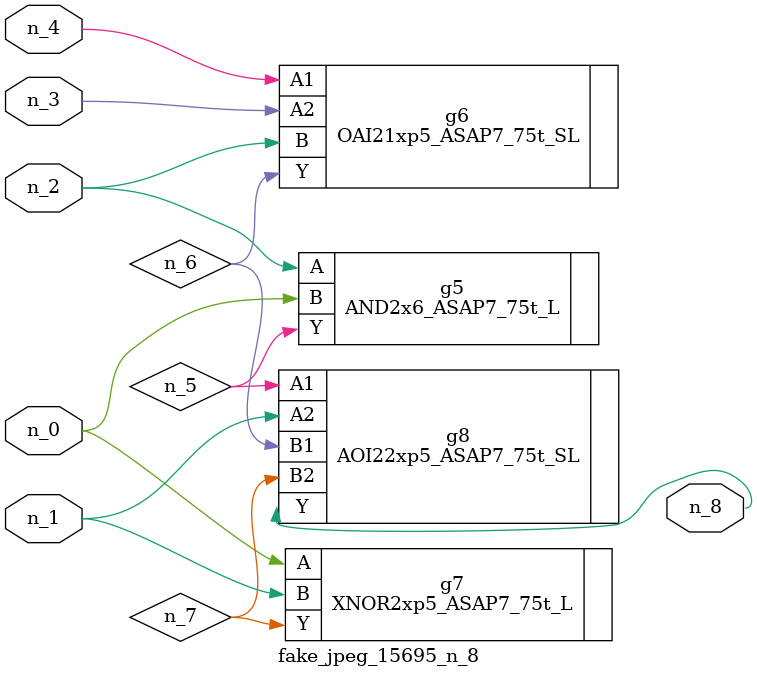
<source format=v>
module fake_jpeg_15695_n_8 (n_3, n_2, n_1, n_0, n_4, n_8);

input n_3;
input n_2;
input n_1;
input n_0;
input n_4;

output n_8;

wire n_6;
wire n_5;
wire n_7;

AND2x6_ASAP7_75t_L g5 ( 
.A(n_2),
.B(n_0),
.Y(n_5)
);

OAI21xp5_ASAP7_75t_SL g6 ( 
.A1(n_4),
.A2(n_3),
.B(n_2),
.Y(n_6)
);

XNOR2xp5_ASAP7_75t_L g7 ( 
.A(n_0),
.B(n_1),
.Y(n_7)
);

AOI22xp5_ASAP7_75t_SL g8 ( 
.A1(n_5),
.A2(n_1),
.B1(n_6),
.B2(n_7),
.Y(n_8)
);


endmodule
</source>
